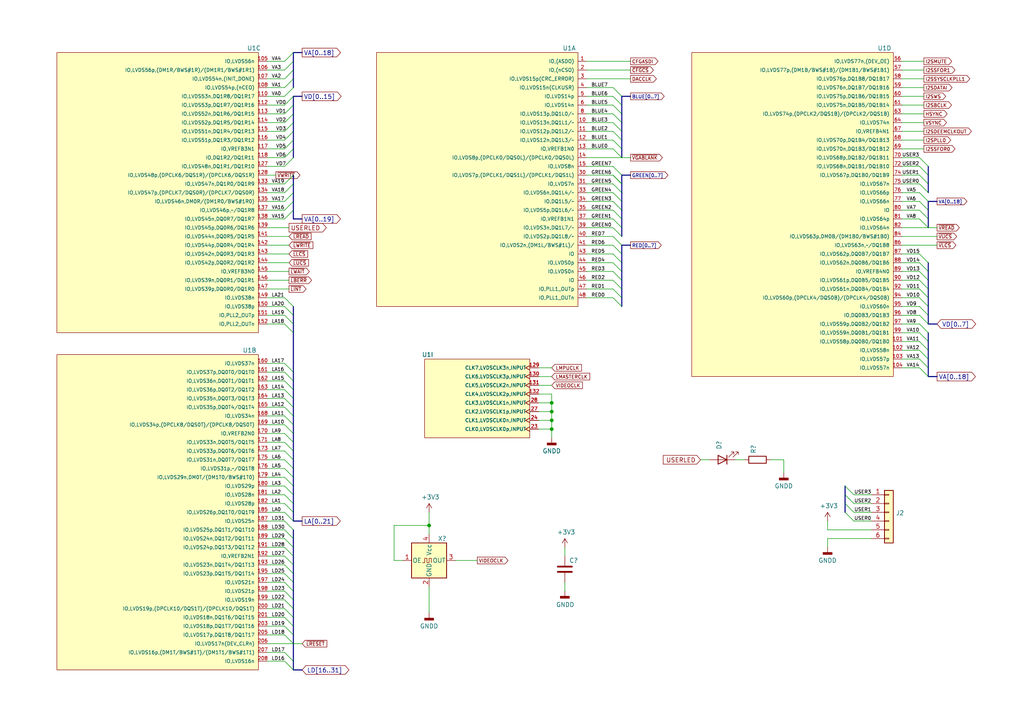
<source format=kicad_sch>
(kicad_sch (version 20211123) (generator eeschema)
  (paper "A4")
  (title_block (title "Video+Sound") (date "2021-02-21") (rev "0.1") (company "Lawrence Manning"))
  (junction (at 160.02 116.84))
  (junction (at 160.02 119.38))
  (junction (at 160.02 124.46))
  (junction (at 160.02 121.92))
  (junction (at 124.46 152.4))
  (bus_entry (at 82.55 45.72) (size 2.54 -2.54))
  (bus_entry (at 82.55 153.67) (size 2.54 2.54))
  (bus_entry (at 177.8 63.5) (size 2.54 2.54))
  (bus_entry (at 82.55 110.49) (size 2.54 2.54))
  (bus_entry (at 82.55 120.65) (size 2.54 2.54))
  (bus_entry (at 82.55 143.51) (size 2.54 2.54))
  (bus_entry (at 82.55 156.21) (size 2.54 2.54))
  (bus_entry (at 177.8 66.04) (size 2.54 2.54))
  (bus_entry (at 82.55 123.19) (size 2.54 2.54))
  (bus_entry (at 82.55 130.81) (size 2.54 2.54))
  (bus_entry (at 177.8 50.8) (size 2.54 2.54))
  (bus_entry (at 82.55 184.15) (size 2.54 2.54))
  (bus_entry (at 177.8 40.64) (size 2.54 2.54))
  (bus_entry (at 247.65 148.59) (size -2.54 -2.54))
  (bus_entry (at 82.55 93.98) (size 2.54 2.54))
  (bus_entry (at 266.7 55.88) (size 2.54 2.54))
  (bus_entry (at 82.55 113.03) (size 2.54 2.54))
  (bus_entry (at 82.55 27.94) (size 2.54 -2.54))
  (bus_entry (at 266.7 50.8) (size 2.54 2.54))
  (bus_entry (at 177.8 68.58) (size 2.54 2.54))
  (bus_entry (at 266.7 78.74) (size 2.54 2.54))
  (bus_entry (at 177.8 60.96) (size 2.54 2.54))
  (bus_entry (at 266.7 106.68) (size 2.54 2.54))
  (bus_entry (at 82.55 146.05) (size 2.54 2.54))
  (bus_entry (at 177.8 71.12) (size 2.54 2.54))
  (bus_entry (at 177.8 73.66) (size 2.54 2.54))
  (bus_entry (at 266.7 101.6) (size 2.54 2.54))
  (bus_entry (at 82.55 135.89) (size 2.54 2.54))
  (bus_entry (at 177.8 30.48) (size 2.54 2.54))
  (bus_entry (at 177.8 33.02) (size 2.54 2.54))
  (bus_entry (at 266.7 76.2) (size 2.54 2.54))
  (bus_entry (at 82.55 20.32) (size 2.54 -2.54))
  (bus_entry (at 82.55 55.88) (size 2.54 -2.54))
  (bus_entry (at 82.55 125.73) (size 2.54 2.54))
  (bus_entry (at 266.7 58.42) (size 2.54 2.54))
  (bus_entry (at 177.8 81.28) (size 2.54 2.54))
  (bus_entry (at 266.7 60.96) (size 2.54 2.54))
  (bus_entry (at 82.55 88.9) (size 2.54 2.54))
  (bus_entry (at 266.7 63.5) (size 2.54 2.54))
  (bus_entry (at 266.7 88.9) (size 2.54 2.54))
  (bus_entry (at 82.55 38.1) (size 2.54 -2.54))
  (bus_entry (at 82.55 30.48) (size 2.54 -2.54))
  (bus_entry (at 82.55 86.36) (size 2.54 2.54))
  (bus_entry (at 82.55 176.53) (size 2.54 2.54))
  (bus_entry (at 177.8 86.36) (size 2.54 2.54))
  (bus_entry (at 177.8 53.34) (size 2.54 2.54))
  (bus_entry (at 177.8 50.8) (size 2.54 2.54))
  (bus_entry (at 82.55 158.75) (size 2.54 2.54))
  (bus_entry (at 82.55 48.26) (size 2.54 -2.54))
  (bus_entry (at 82.55 128.27) (size 2.54 2.54))
  (bus_entry (at 266.7 93.98) (size 2.54 2.54))
  (bus_entry (at 266.7 45.72) (size 2.54 2.54))
  (bus_entry (at 82.55 25.4) (size 2.54 -2.54))
  (bus_entry (at 82.55 148.59) (size 2.54 2.54))
  (bus_entry (at 82.55 161.29) (size 2.54 2.54))
  (bus_entry (at 177.8 83.82) (size 2.54 2.54))
  (bus_entry (at 82.55 133.35) (size 2.54 2.54))
  (bus_entry (at 266.7 81.28) (size 2.54 2.54))
  (bus_entry (at 82.55 173.99) (size 2.54 2.54))
  (bus_entry (at 266.7 48.26) (size 2.54 2.54))
  (bus_entry (at 82.55 43.18) (size 2.54 -2.54))
  (bus_entry (at 177.8 48.26) (size 2.54 2.54))
  (bus_entry (at 247.65 143.51) (size -2.54 -2.54))
  (bus_entry (at 177.8 58.42) (size 2.54 2.54))
  (bus_entry (at 266.7 86.36) (size 2.54 2.54))
  (bus_entry (at 177.8 78.74) (size 2.54 2.54))
  (bus_entry (at 82.55 40.64) (size 2.54 -2.54))
  (bus_entry (at 177.8 38.1) (size 2.54 2.54))
  (bus_entry (at 266.7 83.82) (size 2.54 2.54))
  (bus_entry (at 82.55 105.41) (size 2.54 2.54))
  (bus_entry (at 177.8 43.18) (size 2.54 2.54))
  (bus_entry (at 266.7 96.52) (size 2.54 2.54))
  (bus_entry (at 82.55 138.43) (size 2.54 2.54))
  (bus_entry (at 82.55 168.91) (size 2.54 2.54))
  (bus_entry (at 82.55 179.07) (size 2.54 2.54))
  (bus_entry (at 247.65 151.13) (size -2.54 -2.54))
  (bus_entry (at 82.55 60.96) (size 2.54 -2.54))
  (bus_entry (at 82.55 58.42) (size 2.54 -2.54))
  (bus_entry (at 82.55 33.02) (size 2.54 -2.54))
  (bus_entry (at 177.8 27.94) (size 2.54 2.54))
  (bus_entry (at 266.7 53.34) (size 2.54 2.54))
  (bus_entry (at 82.55 163.83) (size 2.54 2.54))
  (bus_entry (at 247.65 146.05) (size -2.54 -2.54))
  (bus_entry (at 177.8 55.88) (size 2.54 2.54))
  (bus_entry (at 82.55 166.37) (size 2.54 2.54))
  (bus_entry (at 82.55 91.44) (size 2.54 2.54))
  (bus_entry (at 82.55 191.77) (size 2.54 2.54))
  (bus_entry (at 82.55 189.23) (size 2.54 2.54))
  (bus_entry (at 266.7 99.06) (size 2.54 2.54))
  (bus_entry (at 82.55 140.97) (size 2.54 2.54))
  (bus_entry (at 177.8 76.2) (size 2.54 2.54))
  (bus_entry (at 82.55 115.57) (size 2.54 2.54))
  (bus_entry (at 82.55 118.11) (size 2.54 2.54))
  (bus_entry (at 177.8 25.4) (size 2.54 2.54))
  (bus_entry (at 266.7 104.14) (size 2.54 2.54))
  (bus_entry (at 266.7 91.44) (size 2.54 2.54))
  (bus_entry (at 82.55 22.86) (size 2.54 -2.54))
  (bus_entry (at 82.55 181.61) (size 2.54 2.54))
  (bus_entry (at 82.55 63.5) (size 2.54 -2.54))
  (bus_entry (at 82.55 35.56) (size 2.54 -2.54))
  (bus_entry (at 82.55 53.34) (size 2.54 -2.54))
  (bus_entry (at 266.7 73.66) (size 2.54 2.54))
  (bus_entry (at 82.55 171.45) (size 2.54 2.54))
  (bus_entry (at 82.55 107.95) (size 2.54 2.54))
  (bus_entry (at 177.8 35.56) (size 2.54 2.54))
  (bus_entry (at 82.55 17.78) (size 2.54 -2.54))
  (bus_entry (at 82.55 151.13) (size 2.54 2.54))
  (wire (pts (xy 156.21 111.76) (xy 160.02 111.76)))
  (wire (pts (xy 156.21 121.92) (xy 160.02 121.92)))
  (wire (pts (xy 170.18 48.26) (xy 177.8 48.26)))
  (bus (pts (xy 180.34 63.5) (xy 180.34 66.04)))
  (bus (pts (xy 85.09 163.83) (xy 85.09 166.37)))
  (bus (pts (xy 85.09 91.44) (xy 85.09 93.98)))
  (wire (pts (xy 77.47 153.67) (xy 82.55 153.67)))
  (wire (pts (xy 77.47 176.53) (xy 82.55 176.53)))
  (bus (pts (xy 180.34 58.42) (xy 180.34 60.96)))
  (bus (pts (xy 180.34 71.12) (xy 182.88 71.12)))
  (wire (pts (xy 247.65 146.05) (xy 252.73 146.05)))
  (wire (pts (xy 77.47 33.02) (xy 82.55 33.02)))
  (wire (pts (xy 170.18 58.42) (xy 177.8 58.42)))
  (bus (pts (xy 269.24 50.8) (xy 269.24 53.34)))
  (bus (pts (xy 85.09 38.1) (xy 85.09 40.64)))
  (wire (pts (xy 77.47 88.9) (xy 82.55 88.9)))
  (wire (pts (xy 261.62 96.52) (xy 266.7 96.52)))
  (wire (pts (xy 261.62 93.98) (xy 266.7 93.98)))
  (bus (pts (xy 269.24 53.34) (xy 269.24 55.88)))
  (wire (pts (xy 77.47 161.29) (xy 82.55 161.29)))
  (bus (pts (xy 85.09 176.53) (xy 85.09 179.07)))
  (bus (pts (xy 269.24 83.82) (xy 269.24 86.36)))
  (wire (pts (xy 77.47 181.61) (xy 82.55 181.61)))
  (wire (pts (xy 124.46 170.18) (xy 124.46 177.8)))
  (wire (pts (xy 223.52 133.35) (xy 227.33 133.35)))
  (wire (pts (xy 116.84 162.56) (xy 114.3 162.56)))
  (wire (pts (xy 170.18 20.32) (xy 182.88 20.32)))
  (bus (pts (xy 85.09 161.29) (xy 85.09 163.83)))
  (wire (pts (xy 77.47 110.49) (xy 82.55 110.49)))
  (wire (pts (xy 261.62 99.06) (xy 266.7 99.06)))
  (wire (pts (xy 77.47 151.13) (xy 82.55 151.13)))
  (wire (pts (xy 77.47 118.11) (xy 82.55 118.11)))
  (wire (pts (xy 77.47 156.21) (xy 82.55 156.21)))
  (wire (pts (xy 77.47 81.28) (xy 83.82 81.28)))
  (bus (pts (xy 85.09 93.98) (xy 85.09 96.52)))
  (wire (pts (xy 77.47 189.23) (xy 82.55 189.23)))
  (bus (pts (xy 180.34 66.04) (xy 180.34 68.58)))
  (wire (pts (xy 170.18 38.1) (xy 177.8 38.1)))
  (wire (pts (xy 77.47 71.12) (xy 83.82 71.12)))
  (wire (pts (xy 261.62 22.86) (xy 267.97 22.86)))
  (bus (pts (xy 87.63 27.94) (xy 85.09 27.94)))
  (bus (pts (xy 85.09 110.49) (xy 85.09 113.03)))
  (wire (pts (xy 213.36 133.35) (xy 215.9 133.35)))
  (wire (pts (xy 261.62 66.04) (xy 269.24 66.04)))
  (wire (pts (xy 77.47 146.05) (xy 82.55 146.05)))
  (wire (pts (xy 77.47 58.42) (xy 82.55 58.42)))
  (wire (pts (xy 77.47 135.89) (xy 82.55 135.89)))
  (wire (pts (xy 180.34 45.72) (xy 182.88 45.72)))
  (bus (pts (xy 85.09 143.51) (xy 85.09 146.05)))
  (wire (pts (xy 77.47 105.41) (xy 82.55 105.41)))
  (bus (pts (xy 180.34 38.1) (xy 180.34 40.64)))
  (wire (pts (xy 160.02 116.84) (xy 160.02 119.38)))
  (bus (pts (xy 85.09 158.75) (xy 85.09 161.29)))
  (wire (pts (xy 170.18 86.36) (xy 177.8 86.36)))
  (bus (pts (xy 85.09 191.77) (xy 85.09 194.31)))
  (wire (pts (xy 240.03 156.21) (xy 240.03 158.75)))
  (wire (pts (xy 77.47 168.91) (xy 82.55 168.91)))
  (wire (pts (xy 170.18 35.56) (xy 177.8 35.56)))
  (bus (pts (xy 271.78 93.98) (xy 269.24 93.98)))
  (wire (pts (xy 77.47 50.8) (xy 80.01 50.8)))
  (bus (pts (xy 180.34 78.74) (xy 180.34 81.28)))
  (bus (pts (xy 85.09 20.32) (xy 85.09 22.86)))
  (bus (pts (xy 85.09 135.89) (xy 85.09 138.43)))
  (bus (pts (xy 180.34 86.36) (xy 180.34 88.9)))
  (wire (pts (xy 77.47 148.59) (xy 82.55 148.59)))
  (wire (pts (xy 170.18 66.04) (xy 177.8 66.04)))
  (wire (pts (xy 240.03 153.67) (xy 240.03 151.13)))
  (wire (pts (xy 170.18 45.72) (xy 180.34 45.72)))
  (bus (pts (xy 85.09 171.45) (xy 85.09 173.99)))
  (bus (pts (xy 85.09 30.48) (xy 85.09 33.02)))
  (bus (pts (xy 180.34 33.02) (xy 180.34 35.56)))
  (wire (pts (xy 170.18 43.18) (xy 177.8 43.18)))
  (bus (pts (xy 85.09 148.59) (xy 85.09 151.13)))
  (wire (pts (xy 77.47 186.69) (xy 85.09 186.69)))
  (bus (pts (xy 85.09 27.94) (xy 85.09 30.48)))
  (bus (pts (xy 85.09 123.19) (xy 85.09 125.73)))
  (bus (pts (xy 85.09 53.34) (xy 85.09 55.88)))
  (wire (pts (xy 77.47 27.94) (xy 82.55 27.94)))
  (wire (pts (xy 170.18 55.88) (xy 177.8 55.88)))
  (wire (pts (xy 170.18 83.82) (xy 177.8 83.82)))
  (bus (pts (xy 180.34 73.66) (xy 180.34 76.2)))
  (wire (pts (xy 160.02 114.3) (xy 160.02 116.84)))
  (wire (pts (xy 77.47 166.37) (xy 82.55 166.37)))
  (wire (pts (xy 261.62 78.74) (xy 266.7 78.74)))
  (wire (pts (xy 77.47 163.83) (xy 82.55 163.83)))
  (bus (pts (xy 85.09 133.35) (xy 85.09 135.89)))
  (wire (pts (xy 160.02 121.92) (xy 160.02 124.46)))
  (wire (pts (xy 77.47 38.1) (xy 82.55 38.1)))
  (wire (pts (xy 77.47 30.48) (xy 82.55 30.48)))
  (wire (pts (xy 77.47 83.82) (xy 83.82 83.82)))
  (wire (pts (xy 170.18 60.96) (xy 177.8 60.96)))
  (bus (pts (xy 85.09 138.43) (xy 85.09 140.97)))
  (bus (pts (xy 180.34 81.28) (xy 180.34 83.82)))
  (bus (pts (xy 180.34 76.2) (xy 180.34 78.74)))
  (wire (pts (xy 77.47 143.51) (xy 82.55 143.51)))
  (wire (pts (xy 77.47 133.35) (xy 82.55 133.35)))
  (wire (pts (xy 163.83 168.91) (xy 163.83 171.45)))
  (wire (pts (xy 261.62 88.9) (xy 266.7 88.9)))
  (bus (pts (xy 85.09 15.24) (xy 85.09 17.78)))
  (bus (pts (xy 245.11 146.05) (xy 245.11 148.59)))
  (bus (pts (xy 85.09 168.91) (xy 85.09 171.45)))
  (bus (pts (xy 85.09 55.88) (xy 85.09 58.42)))
  (bus (pts (xy 85.09 120.65) (xy 85.09 123.19)))
  (wire (pts (xy 170.18 50.8) (xy 177.8 50.8)))
  (bus (pts (xy 180.34 27.94) (xy 180.34 30.48)))
  (wire (pts (xy 261.62 68.58) (xy 271.78 68.58)))
  (bus (pts (xy 180.34 27.94) (xy 182.88 27.94)))
  (wire (pts (xy 261.62 71.12) (xy 271.78 71.12)))
  (wire (pts (xy 77.47 17.78) (xy 82.55 17.78)))
  (wire (pts (xy 261.62 104.14) (xy 266.7 104.14)))
  (wire (pts (xy 77.47 53.34) (xy 82.55 53.34)))
  (wire (pts (xy 77.47 113.03) (xy 82.55 113.03)))
  (wire (pts (xy 77.47 128.27) (xy 82.55 128.27)))
  (bus (pts (xy 85.09 50.8) (xy 85.09 53.34)))
  (wire (pts (xy 77.47 22.86) (xy 82.55 22.86)))
  (bus (pts (xy 85.09 113.03) (xy 85.09 115.57)))
  (wire (pts (xy 261.62 38.1) (xy 267.97 38.1)))
  (wire (pts (xy 252.73 156.21) (xy 240.03 156.21)))
  (bus (pts (xy 85.09 128.27) (xy 85.09 130.81)))
  (wire (pts (xy 156.21 109.22) (xy 160.02 109.22)))
  (wire (pts (xy 170.18 76.2) (xy 177.8 76.2)))
  (bus (pts (xy 85.09 63.5) (xy 87.63 63.5)))
  (bus (pts (xy 180.34 60.96) (xy 180.34 63.5)))
  (wire (pts (xy 77.47 86.36) (xy 82.55 86.36)))
  (bus (pts (xy 269.24 99.06) (xy 269.24 101.6)))
  (wire (pts (xy 266.7 50.8) (xy 261.62 50.8)))
  (bus (pts (xy 85.09 107.95) (xy 85.09 110.49)))
  (wire (pts (xy 160.02 124.46) (xy 160.02 127)))
  (bus (pts (xy 180.34 53.34) (xy 180.34 55.88)))
  (wire (pts (xy 261.62 76.2) (xy 266.7 76.2)))
  (wire (pts (xy 261.62 17.78) (xy 267.97 17.78)))
  (bus (pts (xy 245.11 140.97) (xy 245.11 143.51)))
  (bus (pts (xy 85.09 151.13) (xy 87.63 151.13)))
  (wire (pts (xy 77.47 184.15) (xy 82.55 184.15)))
  (wire (pts (xy 170.18 73.66) (xy 177.8 73.66)))
  (wire (pts (xy 170.18 78.74) (xy 177.8 78.74)))
  (wire (pts (xy 247.65 143.51) (xy 252.73 143.51)))
  (bus (pts (xy 85.09 17.78) (xy 85.09 20.32)))
  (wire (pts (xy 170.18 22.86) (xy 182.88 22.86)))
  (bus (pts (xy 85.09 181.61) (xy 85.09 184.15)))
  (bus (pts (xy 85.09 146.05) (xy 85.09 148.59)))
  (wire (pts (xy 77.47 107.95) (xy 82.55 107.95)))
  (bus (pts (xy 85.09 33.02) (xy 85.09 35.56)))
  (wire (pts (xy 160.02 119.38) (xy 160.02 121.92)))
  (bus (pts (xy 85.09 22.86) (xy 85.09 25.4)))
  (wire (pts (xy 77.47 158.75) (xy 82.55 158.75)))
  (bus (pts (xy 269.24 60.96) (xy 269.24 63.5)))
  (wire (pts (xy 77.47 45.72) (xy 82.55 45.72)))
  (bus (pts (xy 269.24 106.68) (xy 269.24 109.22)))
  (wire (pts (xy 261.62 20.32) (xy 267.97 20.32)))
  (wire (pts (xy 170.18 68.58) (xy 177.8 68.58)))
  (bus (pts (xy 85.09 179.07) (xy 85.09 181.61)))
  (wire (pts (xy 156.21 116.84) (xy 160.02 116.84)))
  (bus (pts (xy 180.34 43.18) (xy 180.34 45.72)))
  (wire (pts (xy 124.46 148.59) (xy 124.46 152.4)))
  (wire (pts (xy 77.47 66.04) (xy 83.82 66.04)))
  (bus (pts (xy 85.09 166.37) (xy 85.09 168.91)))
  (wire (pts (xy 77.47 91.44) (xy 82.55 91.44)))
  (bus (pts (xy 269.24 81.28) (xy 269.24 83.82)))
  (wire (pts (xy 156.21 124.46) (xy 160.02 124.46)))
  (wire (pts (xy 77.47 63.5) (xy 82.55 63.5)))
  (wire (pts (xy 77.47 78.74) (xy 83.82 78.74)))
  (bus (pts (xy 85.09 184.15) (xy 85.09 186.69)))
  (bus (pts (xy 85.09 118.11) (xy 85.09 120.65)))
  (wire (pts (xy 156.21 119.38) (xy 160.02 119.38)))
  (bus (pts (xy 85.09 156.21) (xy 85.09 158.75)))
  (wire (pts (xy 261.62 101.6) (xy 266.7 101.6)))
  (wire (pts (xy 114.3 152.4) (xy 124.46 152.4)))
  (bus (pts (xy 269.24 63.5) (xy 269.24 66.04)))
  (bus (pts (xy 85.09 173.99) (xy 85.09 176.53)))
  (wire (pts (xy 170.18 30.48) (xy 177.8 30.48)))
  (bus (pts (xy 85.09 130.81) (xy 85.09 133.35)))
  (bus (pts (xy 269.24 78.74) (xy 269.24 81.28)))
  (bus (pts (xy 269.24 96.52) (xy 269.24 99.06)))
  (wire (pts (xy 247.65 151.13) (xy 252.73 151.13)))
  (wire (pts (xy 77.47 43.18) (xy 82.55 43.18)))
  (wire (pts (xy 252.73 153.67) (xy 240.03 153.67)))
  (wire (pts (xy 77.47 140.97) (xy 82.55 140.97)))
  (wire (pts (xy 124.46 152.4) (xy 124.46 154.94)))
  (wire (pts (xy 77.47 115.57) (xy 82.55 115.57)))
  (wire (pts (xy 77.47 40.64) (xy 82.55 40.64)))
  (bus (pts (xy 85.09 115.57) (xy 85.09 118.11)))
  (wire (pts (xy 77.47 35.56) (xy 82.55 35.56)))
  (bus (pts (xy 85.09 40.64) (xy 85.09 43.18)))
  (bus (pts (xy 269.24 91.44) (xy 269.24 93.98)))
  (wire (pts (xy 261.62 86.36) (xy 266.7 86.36)))
  (bus (pts (xy 245.11 143.51) (xy 245.11 146.05)))
  (wire (pts (xy 261.62 63.5) (xy 266.7 63.5)))
  (wire (pts (xy 261.62 35.56) (xy 267.97 35.56)))
  (wire (pts (xy 77.47 138.43) (xy 82.55 138.43)))
  (bus (pts (xy 269.24 58.42) (xy 269.24 60.96)))
  (wire (pts (xy 261.62 73.66) (xy 266.7 73.66)))
  (wire (pts (xy 77.47 76.2) (xy 83.82 76.2)))
  (wire (pts (xy 85.09 186.69) (xy 87.63 186.69)))
  (wire (pts (xy 170.18 53.34) (xy 177.8 53.34)))
  (bus (pts (xy 85.09 186.69) (xy 85.09 191.77)))
  (wire (pts (xy 77.47 125.73) (xy 82.55 125.73)))
  (wire (pts (xy 170.18 81.28) (xy 177.8 81.28)))
  (bus (pts (xy 180.34 55.88) (xy 180.34 58.42)))
  (bus (pts (xy 269.24 88.9) (xy 269.24 91.44)))
  (bus (pts (xy 87.63 194.31) (xy 85.09 194.31)))
  (wire (pts (xy 269.24 66.04) (xy 271.78 66.04)))
  (bus (pts (xy 85.09 35.56) (xy 85.09 38.1)))
  (wire (pts (xy 77.47 55.88) (xy 82.55 55.88)))
  (wire (pts (xy 267.97 33.02) (xy 261.62 33.02)))
  (bus (pts (xy 180.34 40.64) (xy 180.34 43.18)))
  (bus (pts (xy 269.24 86.36) (xy 269.24 88.9)))
  (bus (pts (xy 269.24 58.42) (xy 271.78 58.42)))
  (wire (pts (xy 266.7 53.34) (xy 261.62 53.34)))
  (wire (pts (xy 77.47 93.98) (xy 82.55 93.98)))
  (wire (pts (xy 77.47 171.45) (xy 82.55 171.45)))
  (wire (pts (xy 247.65 148.59) (xy 252.73 148.59)))
  (wire (pts (xy 77.47 120.65) (xy 82.55 120.65)))
  (bus (pts (xy 180.34 30.48) (xy 180.34 33.02)))
  (wire (pts (xy 170.18 40.64) (xy 177.8 40.64)))
  (wire (pts (xy 77.47 123.19) (xy 82.55 123.19)))
  (wire (pts (xy 114.3 162.56) (xy 114.3 152.4)))
  (wire (pts (xy 266.7 48.26) (xy 261.62 48.26)))
  (wire (pts (xy 156.21 114.3) (xy 160.02 114.3)))
  (bus (pts (xy 85.09 153.67) (xy 85.09 156.21)))
  (wire (pts (xy 261.62 91.44) (xy 266.7 91.44)))
  (bus (pts (xy 85.09 140.97) (xy 85.09 143.51)))
  (bus (pts (xy 85.09 88.9) (xy 85.09 91.44)))
  (bus (pts (xy 180.34 50.8) (xy 180.34 53.34)))
  (bus (pts (xy 85.09 58.42) (xy 85.09 60.96)))
  (wire (pts (xy 261.62 60.96) (xy 266.7 60.96)))
  (bus (pts (xy 180.34 50.8) (xy 182.88 50.8)))
  (wire (pts (xy 261.62 55.88) (xy 266.7 55.88)))
  (bus (pts (xy 180.34 71.12) (xy 180.34 73.66)))
  (wire (pts (xy 77.47 68.58) (xy 83.82 68.58)))
  (wire (pts (xy 132.08 162.56) (xy 138.43 162.56)))
  (wire (pts (xy 163.83 161.29) (xy 163.83 158.75)))
  (bus (pts (xy 85.09 125.73) (xy 85.09 128.27)))
  (wire (pts (xy 170.18 63.5) (xy 177.8 63.5)))
  (bus (pts (xy 269.24 101.6) (xy 269.24 104.14)))
  (wire (pts (xy 261.62 27.94) (xy 267.97 27.94)))
  (wire (pts (xy 227.33 133.35) (xy 227.33 137.16)))
  (bus (pts (xy 269.24 104.14) (xy 269.24 106.68)))
  (bus (pts (xy 180.34 35.56) (xy 180.34 38.1)))
  (wire (pts (xy 266.7 45.72) (xy 261.62 45.72)))
  (wire (pts (xy 77.47 20.32) (xy 82.55 20.32)))
  (wire (pts (xy 203.2 133.35) (xy 205.74 133.35)))
  (wire (pts (xy 170.18 17.78) (xy 182.88 17.78)))
  (wire (pts (xy 170.18 27.94) (xy 177.8 27.94)))
  (wire (pts (xy 77.47 173.99) (xy 82.55 173.99)))
  (wire (pts (xy 170.18 33.02) (xy 177.8 33.02)))
  (wire (pts (xy 77.47 130.81) (xy 82.55 130.81)))
  (bus (pts (xy 87.63 15.24) (xy 85.09 15.24)))
  (wire (pts (xy 170.18 71.12) (xy 177.8 71.12)))
  (wire (pts (xy 261.62 30.48) (xy 267.97 30.48)))
  (wire (pts (xy 261.62 43.18) (xy 267.97 43.18)))
  (bus (pts (xy 85.09 96.52) (xy 85.09 107.95)))
  (wire (pts (xy 261.62 81.28) (xy 266.7 81.28)))
  (wire (pts (xy 156.21 106.68) (xy 160.02 106.68)))
  (bus (pts (xy 180.34 83.82) (xy 180.34 86.36)))
  (bus (pts (xy 269.24 76.2) (xy 269.24 78.74)))
  (wire (pts (xy 77.47 25.4) (xy 82.55 25.4)))
  (wire (pts (xy 77.47 179.07) (xy 82.55 179.07)))
  (bus (pts (xy 85.09 43.18) (xy 85.09 45.72)))
  (wire (pts (xy 261.62 40.64) (xy 267.97 40.64)))
  (wire (pts (xy 261.62 25.4) (xy 267.97 25.4)))
  (bus (pts (xy 269.24 109.22) (xy 271.78 109.22)))
  (wire (pts (xy 77.47 73.66) (xy 83.82 73.66)))
  (wire (pts (xy 77.47 48.26) (xy 82.55 48.26)))
  (wire (pts (xy 261.62 106.68) (xy 266.7 106.68)))
  (wire (pts (xy 77.47 191.77) (xy 82.55 191.77)))
  (wire (pts (xy 261.62 83.82) (xy 266.7 83.82)))
  (bus (pts (xy 85.09 60.96) (xy 85.09 63.5)))
  (wire (pts (xy 170.18 25.4) (xy 177.8 25.4)))
  (bus (pts (xy 269.24 48.26) (xy 269.24 50.8)))
  (wire (pts (xy 261.62 58.42) (xy 266.7 58.42)))
  (wire (pts (xy 77.47 60.96) (xy 82.55 60.96)))
  (label "VD11" (at 262.89 83.82 0) (effects (font (size 0.9906 0.9906))))
  (label "USER2" (at 261.62 48.26 0) (effects (font (size 0.9906 0.9906))))
  (label "VA10" (at 262.89 96.52 0) (effects (font (size 0.9906 0.9906))))
  (label "VD8" (at 262.89 91.44 0) (effects (font (size 0.9906 0.9906))))
  (label "LD27" (at 78.74 161.29 0) (effects (font (size 0.9906 0.9906))))
  (label "LA19" (at 78.74 91.44 0) (effects (font (size 0.9906 0.9906))))
  (label "GREEN3" (at 171.45 58.42 0) (effects (font (size 0.9906 0.9906))))
  (label "VA5" (at 262.89 55.88 0) (effects (font (size 0.9906 0.9906))))
  (label "VD14" (at 262.89 76.2 0) (effects (font (size 0.9906 0.9906))))
  (label "LD25" (at 78.74 166.37 0) (effects (font (size 0.9906 0.9906))))
  (label "LA21" (at 78.74 86.36 0) (effects (font (size 0.9906 0.9906))))
  (label "VA13" (at 262.89 104.14 0) (effects (font (size 0.9906 0.9906))))
  (label "BLUE5" (at 171.45 30.48 0) (effects (font (size 0.9906 0.9906))))
  (label "VA6" (at 262.89 58.42 0) (effects (font (size 0.9906 0.9906))))
  (label "GREEN5" (at 171.45 53.34 0) (effects (font (size 0.9906 0.9906))))
  (label "USER2" (at 252.73 146.05 180) (effects (font (size 0.9906 0.9906))))
  (label "VD9" (at 262.89 88.9 0) (effects (font (size 0.9906 0.9906))))
  (label "LD17" (at 78.74 189.23 0) (effects (font (size 0.9906 0.9906))))
  (label "LA2" (at 78.74 143.51 0) (effects (font (size 0.9906 0.9906))))
  (label "LA16" (at 78.74 107.95 0) (effects (font (size 0.9906 0.9906))))
  (label "VA18" (at 78.74 55.88 0) (effects (font (size 0.9906 0.9906))))
  (label "RED7" (at 171.45 68.58 0) (effects (font (size 0.9906 0.9906))))
  (label "VD3" (at 80.01 38.1 0) (effects (font (size 0.9906 0.9906))))
  (label "LD16" (at 78.74 191.77 0) (effects (font (size 0.9906 0.9906))))
  (label "LA10" (at 78.74 123.19 0) (effects (font (size 0.9906 0.9906))))
  (label "RED4" (at 171.45 76.2 0) (effects (font (size 0.9906 0.9906))))
  (label "LD24" (at 78.74 168.91 0) (effects (font (size 0.9906 0.9906))))
  (label "LD22" (at 78.74 173.99 0) (effects (font (size 0.9906 0.9906))))
  (label "USER1" (at 252.73 148.59 180) (effects (font (size 0.9906 0.9906))))
  (label "LD28" (at 78.74 158.75 0) (effects (font (size 0.9906 0.9906))))
  (label "BLUE7" (at 171.45 25.4 0) (effects (font (size 0.9906 0.9906))))
  (label "USER0" (at 252.73 151.13 180) (effects (font (size 0.9906 0.9906))))
  (label "VA12" (at 262.89 101.6 0) (effects (font (size 0.9906 0.9906))))
  (label "LD31" (at 78.74 151.13 0) (effects (font (size 0.9906 0.9906))))
  (label "USER0" (at 261.62 53.34 0) (effects (font (size 0.9906 0.9906))))
  (label "GREEN7" (at 171.45 48.26 0) (effects (font (size 0.9906 0.9906))))
  (label "VA0" (at 78.74 27.94 0) (effects (font (size 0.9906 0.9906))))
  (label "BLUE0" (at 171.45 43.18 0) (effects (font (size 0.9906 0.9906))))
  (label "LA13" (at 78.74 115.57 0) (effects (font (size 0.9906 0.9906))))
  (label "LA15" (at 78.74 110.49 0) (effects (font (size 0.9906 0.9906))))
  (label "LA11" (at 78.74 120.65 0) (effects (font (size 0.9906 0.9906))))
  (label "LD18" (at 78.74 184.15 0) (effects (font (size 0.9906 0.9906))))
  (label "USER3" (at 252.73 143.51 180) (effects (font (size 0.9906 0.9906))))
  (label "VA2" (at 78.74 22.86 0) (effects (font (size 0.9906 0.9906))))
  (label "GREEN2" (at 171.45 60.96 0) (effects (font (size 0.9906 0.9906))))
  (label "USER1" (at 261.62 50.8 0) (effects (font (size 0.9906 0.9906))))
  (label "LD29" (at 78.74 156.21 0) (effects (font (size 0.9906 0.9906))))
  (label "GREEN6" (at 171.45 50.8 0) (effects (font (size 0.9906 0.9906))))
  (label "GREEN0" (at 171.45 66.04 0) (effects (font (size 0.9906 0.9906))))
  (label "LA8" (at 78.74 128.27 0) (effects (font (size 0.9906 0.9906))))
  (label "LA20" (at 78.74 88.9 0) (effects (font (size 0.9906 0.9906))))
  (label "BLUE6" (at 171.45 27.94 0) (effects (font (size 0.9906 0.9906))))
  (label "LD23" (at 78.74 171.45 0) (effects (font (size 0.9906 0.9906))))
  (label "LA9" (at 78.74 125.73 0) (effects (font (size 0.9906 0.9906))))
  (label "BLUE4" (at 171.45 33.02 0) (effects (font (size 0.9906 0.9906))))
  (label "RED3" (at 171.45 78.74 0) (effects (font (size 0.9906 0.9906))))
  (label "USER3" (at 261.62 45.72 0) (effects (font (size 0.9906 0.9906))))
  (label "LA6" (at 78.74 133.35 0) (effects (font (size 0.9906 0.9906))))
  (label "LD20" (at 78.74 179.07 0) (effects (font (size 0.9906 0.9906))))
  (label "LA4" (at 78.74 138.43 0) (effects (font (size 0.9906 0.9906))))
  (label "LA17" (at 78.74 105.41 0) (effects (font (size 0.9906 0.9906))))
  (label "VA17" (at 78.74 58.42 0) (effects (font (size 0.9906 0.9906))))
  (label "VD5" (at 80.01 43.18 0) (effects (font (size 0.9906 0.9906))))
  (label "VA1" (at 78.74 25.4 0) (effects (font (size 0.9906 0.9906))))
  (label "VD12" (at 262.89 81.28 0) (effects (font (size 0.9906 0.9906))))
  (label "VA4" (at 78.74 17.78 0) (effects (font (size 0.9906 0.9906))))
  (label "BLUE3" (at 171.45 35.56 0) (effects (font (size 0.9906 0.9906))))
  (label "BLUE2" (at 171.45 38.1 0) (effects (font (size 0.9906 0.9906))))
  (label "VA16" (at 78.74 60.96 0) (effects (font (size 0.9906 0.9906))))
  (label "RED5" (at 171.45 73.66 0) (effects (font (size 0.9906 0.9906))))
  (label "VA19" (at 78.74 53.34 0) (effects (font (size 0.9906 0.9906))))
  (label "LA5" (at 78.74 135.89 0) (effects (font (size 0.9906 0.9906))))
  (label "BLUE1" (at 171.45 40.64 0) (effects (font (size 0.9906 0.9906))))
  (label "VA14" (at 262.89 106.68 0) (effects (font (size 0.9906 0.9906))))
  (label "RED2" (at 171.45 81.28 0) (effects (font (size 0.9906 0.9906))))
  (label "VD13" (at 262.89 78.74 0) (effects (font (size 0.9906 0.9906))))
  (label "LA0" (at 78.74 148.59 0) (effects (font (size 0.9906 0.9906))))
  (label "GREEN1" (at 171.45 63.5 0) (effects (font (size 0.9906 0.9906))))
  (label "LD19" (at 78.74 181.61 0) (effects (font (size 0.9906 0.9906))))
  (label "RED6" (at 171.45 71.12 0) (effects (font (size 0.9906 0.9906))))
  (label "RED0" (at 171.45 86.36 0) (effects (font (size 0.9906 0.9906))))
  (label "VA15" (at 78.74 63.5 0) (effects (font (size 0.9906 0.9906))))
  (label "RED1" (at 171.45 83.82 0) (effects (font (size 0.9906 0.9906))))
  (label "VD7" (at 80.01 48.26 0) (effects (font (size 0.9906 0.9906))))
  (label "LA18" (at 78.74 93.98 0) (effects (font (size 0.9906 0.9906))))
  (label "LD21" (at 78.74 176.53 0) (effects (font (size 0.9906 0.9906))))
  (label "VD4" (at 80.01 40.64 0) (effects (font (size 0.9906 0.9906))))
  (label "VA8" (at 262.89 63.5 0) (effects (font (size 0.9906 0.9906))))
  (label "VD10" (at 262.89 86.36 0) (effects (font (size 0.9906 0.9906))))
  (label "LA12" (at 78.74 118.11 0) (effects (font (size 0.9906 0.9906))))
  (label "LD30" (at 78.74 153.67 0) (effects (font (size 0.9906 0.9906))))
  (label "LA1" (at 78.74 146.05 0) (effects (font (size 0.9906 0.9906))))
  (label "LA7" (at 78.74 130.81 0) (effects (font (size 0.9906 0.9906))))
  (label "VD0" (at 80.01 30.48 0) (effects (font (size 0.9906 0.9906))))
  (label "VA9" (at 262.89 93.98 0) (effects (font (size 0.9906 0.9906))))
  (label "LA3" (at 78.74 140.97 0) (effects (font (size 0.9906 0.9906))))
  (label "LD26" (at 78.74 163.83 0) (effects (font (size 0.9906 0.9906))))
  (label "GREEN4" (at 171.45 55.88 0) (effects (font (size 0.9906 0.9906))))
  (label "VA3" (at 78.74 20.32 0) (effects (font (size 0.9906 0.9906))))
  (label "VD6" (at 80.01 45.72 0) (effects (font (size 0.9906 0.9906))))
  (label "VA11" (at 262.89 99.06 0) (effects (font (size 0.9906 0.9906))))
  (label "LA14" (at 78.74 113.03 0) (effects (font (size 0.9906 0.9906))))
  (label "VD2" (at 80.01 35.56 0) (effects (font (size 0.9906 0.9906))))
  (label "VA7" (at 262.89 60.96 0) (effects (font (size 0.9906 0.9906))))
  (label "VD1" (at 80.01 33.02 0) (effects (font (size 0.9906 0.9906))))
  (label "VD15" (at 262.89 73.66 0) (effects (font (size 0.9906 0.9906))))
  (global_label "VA[0..18]" (shape output) (at 271.78 109.22 0) (property "Intersheet References" "${INTERSHEET_REFS}" (effects hide)))
  (global_label "~{LWRITE}" (shape input) (at 83.82 71.12 0) (effects (font (size 0.9906 0.9906))) (property "Intersheet References" "${INTERSHEET_REFS}" (effects hide)))
  (global_label "HSYNC" (shape output) (at 267.97 33.02 0) (effects (font (size 0.9906 0.9906))) (property "Intersheet References" "${INTERSHEET_REFS}" (effects hide)))
  (global_label "I2SDATAI" (shape output) (at 267.97 25.4 0) (effects (font (size 0.9906 0.9906))) (property "Intersheet References" "${INTERSHEET_REFS}" (effects hide)))
  (global_label "RED[0..7]" (shape output) (at 182.88 71.12 0) (effects (font (size 0.9906 0.9906))) (property "Intersheet References" "${INTERSHEET_REFS}" (effects hide)))
  (global_label "LMASTERCLK" (shape input) (at 160.02 109.22 0) (effects (font (size 0.9906 0.9906))) (property "Intersheet References" "${INTERSHEET_REFS}" (effects hide)))
  (global_label "I2SDEEMCLKOUT" (shape output) (at 267.97 38.1 0) (effects (font (size 0.9906 0.9906))) (property "Intersheet References" "${INTERSHEET_REFS}" (effects hide)))
  (global_label "VSYNC" (shape output) (at 267.97 35.56 0) (effects (font (size 0.9906 0.9906))) (property "Intersheet References" "${INTERSHEET_REFS}" (effects hide)))
  (global_label "CFGASDI" (shape output) (at 182.88 17.78 0) (effects (font (size 0.9906 0.9906))) (property "Intersheet References" "${INTERSHEET_REFS}" (effects hide)))
  (global_label "~{LINT}" (shape output) (at 83.82 83.82 0) (effects (font (size 0.9906 0.9906))) (property "Intersheet References" "${INTERSHEET_REFS}" (effects hide)))
  (global_label "VIDEOCLK" (shape input) (at 160.02 111.76 0) (effects (font (size 0.9906 0.9906))) (property "Intersheet References" "${INTERSHEET_REFS}" (effects hide)))
  (global_label "DACCLK" (shape output) (at 182.88 22.86 0) (effects (font (size 0.9906 0.9906))) (property "Intersheet References" "${INTERSHEET_REFS}" (effects hide)))
  (global_label "~{LREAD}" (shape input) (at 83.82 68.58 0) (effects (font (size 0.9906 0.9906))) (property "Intersheet References" "${INTERSHEET_REFS}" (effects hide)))
  (global_label "~{CFGCS}" (shape output) (at 182.88 20.32 0) (effects (font (size 0.9906 0.9906))) (property "Intersheet References" "${INTERSHEET_REFS}" (effects hide)))
  (global_label "LD[16..31]" (shape bidirectional) (at 87.63 194.31 0) (property "Intersheet References" "${INTERSHEET_REFS}" (effects hide)))
  (global_label "~{LLCS}" (shape input) (at 83.82 73.66 0) (effects (font (size 0.9906 0.9906))) (property "Intersheet References" "${INTERSHEET_REFS}" (effects hide)))
  (global_label "USERLED" (shape output) (at 83.82 66.04 0) (property "Intersheet References" "${INTERSHEET_REFS}" (effects hide)))
  (global_label "VIDEOCLK" (shape output) (at 138.43 162.56 0) (effects (font (size 0.9906 0.9906))) (property "Intersheet References" "${INTERSHEET_REFS}" (effects hide)))
  (global_label "VD[0..7]" (shape bidirectional) (at 271.78 93.98 0) (property "Intersheet References" "${INTERSHEET_REFS}" (effects hide)))
  (global_label "I2SSFOR0" (shape output) (at 267.97 43.18 0) (effects (font (size 0.9906 0.9906))) (property "Intersheet References" "${INTERSHEET_REFS}" (effects hide)))
  (global_label "I2SSYSCLKPLL1" (shape output) (at 267.97 22.86 0) (effects (font (size 0.9906 0.9906))) (property "Intersheet References" "${INTERSHEET_REFS}" (effects hide)))
  (global_label "LA[0..21]" (shape output) (at 87.63 151.13 0) (property "Intersheet References" "${INTERSHEET_REFS}" (effects hide)))
  (global_label "~{VREAD}" (shape output) (at 271.78 66.04 0) (effects (font (size 0.9906 0.9906))) (property "Intersheet References" "${INTERSHEET_REFS}" (effects hide)))
  (global_label "~{VUCS}" (shape output) (at 271.78 68.58 0) (effects (font (size 0.9906 0.9906))) (property "Intersheet References" "${INTERSHEET_REFS}" (effects hide)))
  (global_label "VD[0..15]" (shape output) (at 87.63 27.94 0) (property "Intersheet References" "${INTERSHEET_REFS}" (effects hide)))
  (global_label "BLUE[0..7]" (shape output) (at 182.88 27.94 0) (effects (font (size 0.9906 0.9906))) (property "Intersheet References" "${INTERSHEET_REFS}" (effects hide)))
  (global_label "LMPUCLK" (shape input) (at 160.02 106.68 0) (effects (font (size 0.9906 0.9906))) (property "Intersheet References" "${INTERSHEET_REFS}" (effects hide)))
  (global_label "~{LWAIT}" (shape output) (at 83.82 78.74 0) (effects (font (size 0.9906 0.9906))) (property "Intersheet References" "${INTERSHEET_REFS}" (effects hide)))
  (global_label "USERLED" (shape input) (at 203.2 133.35 180) (property "Intersheet References" "${INTERSHEET_REFS}" (effects hide)))
  (global_label "I2SSFOR1" (shape output) (at 267.97 20.32 0) (effects (font (size 0.9906 0.9906))) (property "Intersheet References" "${INTERSHEET_REFS}" (effects hide)))
  (global_label "~{VWRITE}" (shape output) (at 80.01 50.8 0) (effects (font (size 0.9906 0.9906))) (property "Intersheet References" "${INTERSHEET_REFS}" (effects hide)))
  (global_label "VA[0..18]" (shape output) (at 87.63 15.24 0) (property "Intersheet References" "${INTERSHEET_REFS}" (effects hide)))
  (global_label "~{VLCS}" (shape output) (at 271.78 71.12 0) (effects (font (size 0.9906 0.9906))) (property "Intersheet References" "${INTERSHEET_REFS}" (effects hide)))
  (global_label "VA[0..18]" (shape output) (at 271.78 58.42 0) (effects (font (size 0.9906 0.9906))) (property "Intersheet References" "${INTERSHEET_REFS}" (effects hide)))
  (global_label "I2SWS" (shape output) (at 267.97 27.94 0) (effects (font (size 0.9906 0.9906))) (property "Intersheet References" "${INTERSHEET_REFS}" (effects hide)))
  (global_label "VA[0..19]" (shape output) (at 87.63 63.5 0) (property "Intersheet References" "${INTERSHEET_REFS}" (effects hide)))
  (global_label "I2SMUTE" (shape output) (at 267.97 17.78 0) (effects (font (size 0.9906 0.9906))) (property "Intersheet References" "${INTERSHEET_REFS}" (effects hide)))
  (global_label "~{LUCS}" (shape input) (at 83.82 76.2 0) (effects (font (size 0.9906 0.9906))) (property "Intersheet References" "${INTERSHEET_REFS}" (effects hide)))
  (global_label "I2SBCLK" (shape output) (at 267.97 30.48 0) (effects (font (size 0.9906 0.9906))) (property "Intersheet References" "${INTERSHEET_REFS}" (effects hide)))
  (global_label "~{VGABLANK}" (shape output) (at 182.88 45.72 0) (effects (font (size 0.9906 0.9906))) (property "Intersheet References" "${INTERSHEET_REFS}" (effects hide)))
  (global_label "~{LRESET}" (shape input) (at 87.63 186.69 0) (effects (font (size 0.9906 0.9906))) (property "Intersheet References" "${INTERSHEET_REFS}" (effects hide)))
  (global_label "~{LBERR}" (shape output) (at 83.82 81.28 0) (effects (font (size 0.9906 0.9906))) (property "Intersheet References" "${INTERSHEET_REFS}" (effects hide)))
  (global_label "GREEN[0..7]" (shape output) (at 182.88 50.8 0) (effects (font (size 0.9906 0.9906))) (property "Intersheet References" "${INTERSHEET_REFS}" (effects hide)))
  (global_label "I2SPLL0" (shape output) (at 267.97 40.64 0) (effects (font (size 0.9906 0.9906))) (property "Intersheet References" "${INTERSHEET_REFS}" (effects hide)))
  (symbol (lib_id "Aslak:EP2C8Q208I8N") (at 172.72 17.78 0) (unit 1)
    (property "Reference" "U1" (at 165.1 13.97 0))
    (property "Code  JEDEC" "MS-029-FA-1" (effects hide))
    (property "Datasheet Version" "ver3.3, Feb-2008" (effects hide))
    (property "Note 1" "DQS signal pins named according to DQ bus modes.  separates each mode. ie. Modes x8/x9 / Modes x16/x18." (effects hide))
    (property "Package Description" "208-Pin Plastic Quad Flat Pack (PQFP208) - Wire Bond" (effects hide))
    (property "Package Version" "ver15.4, Dec-2008" (effects hide))
    (property "category" "IC" (effects hide))
    (property "ciiva ids" "969336" (effects hide))
    (property "library id" "cb77e851e38ea306" (effects hide))
    (property "manufacturer" "Altera" (effects hide))
    (property "package" "PQFP208" (effects hide))
    (property "release date" "1300207588" (effects hide))
    (property "vault revision" "C1C45DB0-F416-4DC8-9E39-6AA6CB98DE73" (effects hide))
    (property "imported" "yes" (effects hide))
  )
  (symbol (lib_id "Aslak:EP2C8Q208I8N") (at 80.01 105.41 0) (unit 2)
    (property "Reference" "U1" (at 72.39 101.6 0))
    (property "Code  JEDEC" "MS-029-FA-1" (effects hide))
    (property "Datasheet Version" "ver3.3, Feb-2008" (effects hide))
    (property "Note 1" "DQS signal pins named according to DQ bus modes.  separates each mode. ie. Modes x8/x9 / Modes x16/x18." (effects hide))
    (property "Package Description" "208-Pin Plastic Quad Flat Pack (PQFP208) - Wire Bond" (effects hide))
    (property "Package Version" "ver15.4, Dec-2008" (effects hide))
    (property "category" "IC" (effects hide))
    (property "ciiva ids" "969336" (effects hide))
    (property "library id" "cb77e851e38ea306" (effects hide))
    (property "manufacturer" "Altera" (effects hide))
    (property "package" "PQFP208" (effects hide))
    (property "release date" "1300207588" (effects hide))
    (property "vault revision" "C1C45DB0-F416-4DC8-9E39-6AA6CB98DE73" (effects hide))
    (property "imported" "yes" (effects hide))
  )
  (symbol (lib_id "Aslak:EP2C8Q208I8N") (at 80.01 17.78 0) (unit 3)
    (property "Reference" "U1" (at 73.66 13.97 0))
    (property "Code  JEDEC" "MS-029-FA-1" (effects hide))
    (property "Datasheet Version" "ver3.3, Feb-2008" (effects hide))
    (property "Note 1" "DQS signal pins named according to DQ bus modes.  separates each mode. ie. Modes x8/x9 / Modes x16/x18." (effects hide))
    (property "Package Description" "208-Pin Plastic Quad Flat Pack (PQFP208) - Wire Bond" (effects hide))
    (property "Package Version" "ver15.4, Dec-2008" (effects hide))
    (property "category" "IC" (effects hide))
    (property "ciiva ids" "969336" (effects hide))
    (property "library id" "cb77e851e38ea306" (effects hide))
    (property "manufacturer" "Altera" (effects hide))
    (property "package" "PQFP208" (effects hide))
    (property "release date" "1300207588" (effects hide))
    (property "vault revision" "C1C45DB0-F416-4DC8-9E39-6AA6CB98DE73" (effects hide))
    (property "imported" "yes" (effects hide))
  )
  (symbol (lib_id "Aslak:EP2C8Q208I8N") (at 264.16 17.78 0) (unit 4)
    (property "Reference" "U1" (at 256.54 13.97 0))
    (property "Code  JEDEC" "MS-029-FA-1" (effects hide))
    (property "Datasheet Version" "ver3.3, Feb-2008" (effects hide))
    (property "Note 1" "DQS signal pins named according to DQ bus modes.  separates each mode. ie. Modes x8/x9 / Modes x16/x18." (effects hide))
    (property "Package Description" "208-Pin Plastic Quad Flat Pack (PQFP208) - Wire Bond" (effects hide))
    (property "Package Version" "ver15.4, Dec-2008" (effects hide))
    (property "category" "IC" (effects hide))
    (property "ciiva ids" "969336" (effects hide))
    (property "library id" "cb77e851e38ea306" (effects hide))
    (property "manufacturer" "Altera" (effects hide))
    (property "package" "PQFP208" (effects hide))
    (property "release date" "1300207588" (effects hide))
    (property "vault revision" "C1C45DB0-F416-4DC8-9E39-6AA6CB98DE73" (effects hide))
    (property "imported" "yes" (effects hide))
  )
  (symbol (lib_id "Aslak:EP2C8Q208I8N") (at 158.75 106.68 0) (mirror y) (unit 9)
    (property "Reference" "U1" (at 125.73 102.87 0) (effects (justify left)))
    (property "Code  JEDEC" "MS-029-FA-1" (effects hide))
    (property "Datasheet Version" "ver3.3, Feb-2008" (effects hide))
    (property "Note 1" "DQS signal pins named according to DQ bus modes.  separates each mode. ie. Modes x8/x9 / Modes x16/x18." (effects hide))
    (property "Package Description" "208-Pin Plastic Quad Flat Pack (PQFP208) - Wire Bond" (effects hide))
    (property "Package Version" "ver15.4, Dec-2008" (effects hide))
    (property "category" "IC" (effects hide))
    (property "ciiva ids" "969336" (effects hide))
    (property "library id" "cb77e851e38ea306" (effects hide))
    (property "manufacturer" "Altera" (effects hide))
    (property "package" "PQFP208" (effects hide))
    (property "release date" "1300207588" (effects hide))
    (property "vault revision" "C1C45DB0-F416-4DC8-9E39-6AA6CB98DE73" (effects hide))
    (property "imported" "yes" (effects hide))
  )
  (symbol (lib_id "Device:C") (at 163.83 165.1 0) (unit 1)
    (property "Reference" "C?" (at 165.1 162.56 0) (effects (justify left)))
  )
  (symbol (lib_id "power:GNDD") (at 163.83 171.45 0) (unit 1)
    (property "Reference" "#PWR?" (effects hide))
  )
  (symbol (lib_id "power:+3V3") (at 163.83 158.75 0) (unit 1)
    (property "Reference" "#PWR?" (effects hide))
  )
  (symbol (lib_id "power:GNDD") (at 160.02 127 0) (unit 1)
    (property "Reference" "#PWR?" (effects hide))
  )
  (symbol (lib_id "power:GNDD") (at 124.46 177.8 0) (unit 1)
    (property "Reference" "#PWR?" (effects hide))
  )
  (symbol (lib_id "Oscillator:SG-210SED") (at 124.46 162.56 0) (unit 1)
    (property "Reference" "X?" (at 127 156.21 0) (effects (justify left)))
    (property "Datasheet" "https://support.epson.biz/td/api/doc_check.php?mode=dl&lang=en&Parts=SG-210SED" (effects hide))
  )
  (symbol (lib_id "power:+3V3") (at 124.46 148.59 0) (unit 1)
    (property "Reference" "#PWR?" (effects hide))
  )
  (symbol (lib_id "Connector_Generic:Conn_01x06") (at 257.81 148.59 0) (unit 1)
    (property "Reference" "J2" (at 259.842 148.7932 0) (effects (justify left)))
  )
  (symbol (lib_id "power:+3V3") (at 240.03 151.13 0) (unit 1)
    (property "Reference" "#PWR?" (effects hide))
  )
  (symbol (lib_id "power:GNDD") (at 240.03 158.75 0) (unit 1)
    (property "Reference" "#PWR?" (effects hide))
  )
  (symbol (lib_id "Device:LED") (at 209.55 133.35 180) (unit 1)
    (property "Reference" "D?" (at 208.5594 130.3782 90) (effects (justify right)))
  )
  (symbol (lib_id "Device:R") (at 219.71 133.35 90) (unit 1)
    (property "Reference" "R?" (at 218.5416 131.572 0) (effects (justify left)))
  )
  (symbol (lib_id "power:GNDD") (at 227.33 137.16 0) (unit 1)
    (property "Reference" "#PWR?" (effects hide))
  )
)
</source>
